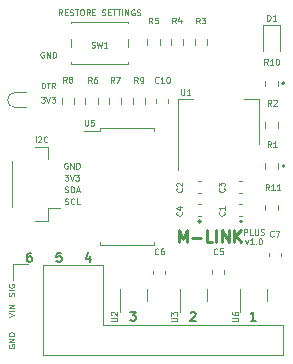
<source format=gbr>
%TF.GenerationSoftware,KiCad,Pcbnew,(6.0.8)*%
%TF.CreationDate,2022-11-21T19:10:26+00:00*%
%TF.ProjectId,m-link-plus,6d2d6c69-6e6b-42d7-906c-75732e6b6963,rev?*%
%TF.SameCoordinates,Original*%
%TF.FileFunction,Legend,Top*%
%TF.FilePolarity,Positive*%
%FSLAX46Y46*%
G04 Gerber Fmt 4.6, Leading zero omitted, Abs format (unit mm)*
G04 Created by KiCad (PCBNEW (6.0.8)) date 2022-11-21 19:10:26*
%MOMM*%
%LPD*%
G01*
G04 APERTURE LIST*
%ADD10C,0.200000*%
%ADD11C,0.125000*%
%ADD12C,0.187500*%
%ADD13C,0.250000*%
%ADD14C,0.120000*%
%ADD15C,0.100000*%
G04 APERTURE END LIST*
D10*
X99000000Y-87200000D02*
G75*
G03*
X99000000Y-87200000I-100000J0D01*
G01*
X102600000Y-82500000D02*
G75*
G03*
X102600000Y-82500000I-100000J0D01*
G01*
X95500000Y-87200000D02*
G75*
G03*
X95500000Y-87200000I-100000J0D01*
G01*
X102600000Y-75500000D02*
G75*
G03*
X102600000Y-75500000I-100000J0D01*
G01*
D11*
X83980952Y-83226190D02*
X84290476Y-83226190D01*
X84123809Y-83416666D01*
X84195238Y-83416666D01*
X84242857Y-83440476D01*
X84266666Y-83464285D01*
X84290476Y-83511904D01*
X84290476Y-83630952D01*
X84266666Y-83678571D01*
X84242857Y-83702380D01*
X84195238Y-83726190D01*
X84052380Y-83726190D01*
X84004761Y-83702380D01*
X83980952Y-83678571D01*
X84433333Y-83226190D02*
X84600000Y-83726190D01*
X84766666Y-83226190D01*
X84885714Y-83226190D02*
X85195238Y-83226190D01*
X85028571Y-83416666D01*
X85100000Y-83416666D01*
X85147619Y-83440476D01*
X85171428Y-83464285D01*
X85195238Y-83511904D01*
X85195238Y-83630952D01*
X85171428Y-83678571D01*
X85147619Y-83702380D01*
X85100000Y-83726190D01*
X84957142Y-83726190D01*
X84909523Y-83702380D01*
X84885714Y-83678571D01*
X79250000Y-97630952D02*
X79226190Y-97678571D01*
X79226190Y-97750000D01*
X79250000Y-97821428D01*
X79297619Y-97869047D01*
X79345238Y-97892857D01*
X79440476Y-97916666D01*
X79511904Y-97916666D01*
X79607142Y-97892857D01*
X79654761Y-97869047D01*
X79702380Y-97821428D01*
X79726190Y-97750000D01*
X79726190Y-97702380D01*
X79702380Y-97630952D01*
X79678571Y-97607142D01*
X79511904Y-97607142D01*
X79511904Y-97702380D01*
X79726190Y-97392857D02*
X79226190Y-97392857D01*
X79726190Y-97107142D01*
X79226190Y-97107142D01*
X79726190Y-96869047D02*
X79226190Y-96869047D01*
X79226190Y-96750000D01*
X79250000Y-96678571D01*
X79297619Y-96630952D01*
X79345238Y-96607142D01*
X79440476Y-96583333D01*
X79511904Y-96583333D01*
X79607142Y-96607142D01*
X79654761Y-96630952D01*
X79702380Y-96678571D01*
X79726190Y-96750000D01*
X79726190Y-96869047D01*
X79226190Y-95297619D02*
X79726190Y-95130952D01*
X79226190Y-94964285D01*
X79726190Y-94797619D02*
X79226190Y-94797619D01*
X79726190Y-94559523D02*
X79226190Y-94559523D01*
X79726190Y-94273809D01*
X79226190Y-94273809D01*
D12*
X81142857Y-89839285D02*
X81000000Y-89839285D01*
X80928571Y-89875000D01*
X80892857Y-89910714D01*
X80821428Y-90017857D01*
X80785714Y-90160714D01*
X80785714Y-90446428D01*
X80821428Y-90517857D01*
X80857142Y-90553571D01*
X80928571Y-90589285D01*
X81071428Y-90589285D01*
X81142857Y-90553571D01*
X81178571Y-90517857D01*
X81214285Y-90446428D01*
X81214285Y-90267857D01*
X81178571Y-90196428D01*
X81142857Y-90160714D01*
X81071428Y-90125000D01*
X80928571Y-90125000D01*
X80857142Y-90160714D01*
X80821428Y-90196428D01*
X80785714Y-90267857D01*
D11*
X82219047Y-72850000D02*
X82171428Y-72826190D01*
X82100000Y-72826190D01*
X82028571Y-72850000D01*
X81980952Y-72897619D01*
X81957142Y-72945238D01*
X81933333Y-73040476D01*
X81933333Y-73111904D01*
X81957142Y-73207142D01*
X81980952Y-73254761D01*
X82028571Y-73302380D01*
X82100000Y-73326190D01*
X82147619Y-73326190D01*
X82219047Y-73302380D01*
X82242857Y-73278571D01*
X82242857Y-73111904D01*
X82147619Y-73111904D01*
X82457142Y-73326190D02*
X82457142Y-72826190D01*
X82742857Y-73326190D01*
X82742857Y-72826190D01*
X82980952Y-73326190D02*
X82980952Y-72826190D01*
X83100000Y-72826190D01*
X83171428Y-72850000D01*
X83219047Y-72897619D01*
X83242857Y-72945238D01*
X83266666Y-73040476D01*
X83266666Y-73111904D01*
X83242857Y-73207142D01*
X83219047Y-73254761D01*
X83171428Y-73302380D01*
X83100000Y-73326190D01*
X82980952Y-73326190D01*
X81980952Y-76626190D02*
X82290476Y-76626190D01*
X82123809Y-76816666D01*
X82195238Y-76816666D01*
X82242857Y-76840476D01*
X82266666Y-76864285D01*
X82290476Y-76911904D01*
X82290476Y-77030952D01*
X82266666Y-77078571D01*
X82242857Y-77102380D01*
X82195238Y-77126190D01*
X82052380Y-77126190D01*
X82004761Y-77102380D01*
X81980952Y-77078571D01*
X82433333Y-76626190D02*
X82600000Y-77126190D01*
X82766666Y-76626190D01*
X82885714Y-76626190D02*
X83195238Y-76626190D01*
X83028571Y-76816666D01*
X83100000Y-76816666D01*
X83147619Y-76840476D01*
X83171428Y-76864285D01*
X83195238Y-76911904D01*
X83195238Y-77030952D01*
X83171428Y-77078571D01*
X83147619Y-77102380D01*
X83100000Y-77126190D01*
X82957142Y-77126190D01*
X82909523Y-77102380D01*
X82885714Y-77078571D01*
D13*
X93630952Y-88952380D02*
X93630952Y-87952380D01*
X93964285Y-88666666D01*
X94297619Y-87952380D01*
X94297619Y-88952380D01*
X94773809Y-88571428D02*
X95535714Y-88571428D01*
X96488095Y-88952380D02*
X96011904Y-88952380D01*
X96011904Y-87952380D01*
X96821428Y-88952380D02*
X96821428Y-87952380D01*
X97297619Y-88952380D02*
X97297619Y-87952380D01*
X97869047Y-88952380D01*
X97869047Y-87952380D01*
X98345238Y-88952380D02*
X98345238Y-87952380D01*
X98916666Y-88952380D02*
X98488095Y-88380952D01*
X98916666Y-87952380D02*
X98345238Y-88523809D01*
D11*
X82028571Y-75926190D02*
X82028571Y-75426190D01*
X82147619Y-75426190D01*
X82219047Y-75450000D01*
X82266666Y-75497619D01*
X82290476Y-75545238D01*
X82314285Y-75640476D01*
X82314285Y-75711904D01*
X82290476Y-75807142D01*
X82266666Y-75854761D01*
X82219047Y-75902380D01*
X82147619Y-75926190D01*
X82028571Y-75926190D01*
X82457142Y-75426190D02*
X82742857Y-75426190D01*
X82600000Y-75926190D02*
X82600000Y-75426190D01*
X83195238Y-75926190D02*
X83028571Y-75688095D01*
X82909523Y-75926190D02*
X82909523Y-75426190D01*
X83100000Y-75426190D01*
X83147619Y-75450000D01*
X83171428Y-75473809D01*
X83195238Y-75521428D01*
X83195238Y-75592857D01*
X83171428Y-75640476D01*
X83147619Y-75664285D01*
X83100000Y-75688095D01*
X82909523Y-75688095D01*
X99166666Y-88323690D02*
X99166666Y-87823690D01*
X99357142Y-87823690D01*
X99404761Y-87847500D01*
X99428571Y-87871309D01*
X99452380Y-87918928D01*
X99452380Y-87990357D01*
X99428571Y-88037976D01*
X99404761Y-88061785D01*
X99357142Y-88085595D01*
X99166666Y-88085595D01*
X99904761Y-88323690D02*
X99666666Y-88323690D01*
X99666666Y-87823690D01*
X100071428Y-87823690D02*
X100071428Y-88228452D01*
X100095238Y-88276071D01*
X100119047Y-88299880D01*
X100166666Y-88323690D01*
X100261904Y-88323690D01*
X100309523Y-88299880D01*
X100333333Y-88276071D01*
X100357142Y-88228452D01*
X100357142Y-87823690D01*
X100571428Y-88299880D02*
X100642857Y-88323690D01*
X100761904Y-88323690D01*
X100809523Y-88299880D01*
X100833333Y-88276071D01*
X100857142Y-88228452D01*
X100857142Y-88180833D01*
X100833333Y-88133214D01*
X100809523Y-88109404D01*
X100761904Y-88085595D01*
X100666666Y-88061785D01*
X100619047Y-88037976D01*
X100595238Y-88014166D01*
X100571428Y-87966547D01*
X100571428Y-87918928D01*
X100595238Y-87871309D01*
X100619047Y-87847500D01*
X100666666Y-87823690D01*
X100785714Y-87823690D01*
X100857142Y-87847500D01*
X99285714Y-88795357D02*
X99404761Y-89128690D01*
X99523809Y-88795357D01*
X99976190Y-89128690D02*
X99690476Y-89128690D01*
X99833333Y-89128690D02*
X99833333Y-88628690D01*
X99785714Y-88700119D01*
X99738095Y-88747738D01*
X99690476Y-88771547D01*
X100190476Y-89081071D02*
X100214285Y-89104880D01*
X100190476Y-89128690D01*
X100166666Y-89104880D01*
X100190476Y-89081071D01*
X100190476Y-89128690D01*
X100523809Y-88628690D02*
X100571428Y-88628690D01*
X100619047Y-88652500D01*
X100642857Y-88676309D01*
X100666666Y-88723928D01*
X100690476Y-88819166D01*
X100690476Y-88938214D01*
X100666666Y-89033452D01*
X100642857Y-89081071D01*
X100619047Y-89104880D01*
X100571428Y-89128690D01*
X100523809Y-89128690D01*
X100476190Y-89104880D01*
X100452380Y-89081071D01*
X100428571Y-89033452D01*
X100404761Y-88938214D01*
X100404761Y-88819166D01*
X100428571Y-88723928D01*
X100452380Y-88676309D01*
X100476190Y-88652500D01*
X100523809Y-88628690D01*
X84219047Y-82250000D02*
X84171428Y-82226190D01*
X84100000Y-82226190D01*
X84028571Y-82250000D01*
X83980952Y-82297619D01*
X83957142Y-82345238D01*
X83933333Y-82440476D01*
X83933333Y-82511904D01*
X83957142Y-82607142D01*
X83980952Y-82654761D01*
X84028571Y-82702380D01*
X84100000Y-82726190D01*
X84147619Y-82726190D01*
X84219047Y-82702380D01*
X84242857Y-82678571D01*
X84242857Y-82511904D01*
X84147619Y-82511904D01*
X84457142Y-82726190D02*
X84457142Y-82226190D01*
X84742857Y-82726190D01*
X84742857Y-82226190D01*
X84980952Y-82726190D02*
X84980952Y-82226190D01*
X85100000Y-82226190D01*
X85171428Y-82250000D01*
X85219047Y-82297619D01*
X85242857Y-82345238D01*
X85266666Y-82440476D01*
X85266666Y-82511904D01*
X85242857Y-82607142D01*
X85219047Y-82654761D01*
X85171428Y-82702380D01*
X85100000Y-82726190D01*
X84980952Y-82726190D01*
X84004761Y-85702380D02*
X84076190Y-85726190D01*
X84195238Y-85726190D01*
X84242857Y-85702380D01*
X84266666Y-85678571D01*
X84290476Y-85630952D01*
X84290476Y-85583333D01*
X84266666Y-85535714D01*
X84242857Y-85511904D01*
X84195238Y-85488095D01*
X84100000Y-85464285D01*
X84052380Y-85440476D01*
X84028571Y-85416666D01*
X84004761Y-85369047D01*
X84004761Y-85321428D01*
X84028571Y-85273809D01*
X84052380Y-85250000D01*
X84100000Y-85226190D01*
X84219047Y-85226190D01*
X84290476Y-85250000D01*
X84790476Y-85678571D02*
X84766666Y-85702380D01*
X84695238Y-85726190D01*
X84647619Y-85726190D01*
X84576190Y-85702380D01*
X84528571Y-85654761D01*
X84504761Y-85607142D01*
X84480952Y-85511904D01*
X84480952Y-85440476D01*
X84504761Y-85345238D01*
X84528571Y-85297619D01*
X84576190Y-85250000D01*
X84647619Y-85226190D01*
X84695238Y-85226190D01*
X84766666Y-85250000D01*
X84790476Y-85273809D01*
X85242857Y-85726190D02*
X85004761Y-85726190D01*
X85004761Y-85226190D01*
X83992857Y-84702380D02*
X84064285Y-84726190D01*
X84183333Y-84726190D01*
X84230952Y-84702380D01*
X84254761Y-84678571D01*
X84278571Y-84630952D01*
X84278571Y-84583333D01*
X84254761Y-84535714D01*
X84230952Y-84511904D01*
X84183333Y-84488095D01*
X84088095Y-84464285D01*
X84040476Y-84440476D01*
X84016666Y-84416666D01*
X83992857Y-84369047D01*
X83992857Y-84321428D01*
X84016666Y-84273809D01*
X84040476Y-84250000D01*
X84088095Y-84226190D01*
X84207142Y-84226190D01*
X84278571Y-84250000D01*
X84492857Y-84726190D02*
X84492857Y-84226190D01*
X84611904Y-84226190D01*
X84683333Y-84250000D01*
X84730952Y-84297619D01*
X84754761Y-84345238D01*
X84778571Y-84440476D01*
X84778571Y-84511904D01*
X84754761Y-84607142D01*
X84730952Y-84654761D01*
X84683333Y-84702380D01*
X84611904Y-84726190D01*
X84492857Y-84726190D01*
X84969047Y-84583333D02*
X85207142Y-84583333D01*
X84921428Y-84726190D02*
X85088095Y-84226190D01*
X85254761Y-84726190D01*
D12*
X100144285Y-95589285D02*
X99715714Y-95589285D01*
X99930000Y-95589285D02*
X99930000Y-94839285D01*
X99858571Y-94946428D01*
X99787142Y-95017857D01*
X99715714Y-95053571D01*
X94660714Y-94910714D02*
X94696428Y-94875000D01*
X94767857Y-94839285D01*
X94946428Y-94839285D01*
X95017857Y-94875000D01*
X95053571Y-94910714D01*
X95089285Y-94982142D01*
X95089285Y-95053571D01*
X95053571Y-95160714D01*
X94625000Y-95589285D01*
X95089285Y-95589285D01*
X83678571Y-89839285D02*
X83321428Y-89839285D01*
X83285714Y-90196428D01*
X83321428Y-90160714D01*
X83392857Y-90125000D01*
X83571428Y-90125000D01*
X83642857Y-90160714D01*
X83678571Y-90196428D01*
X83714285Y-90267857D01*
X83714285Y-90446428D01*
X83678571Y-90517857D01*
X83642857Y-90553571D01*
X83571428Y-90589285D01*
X83392857Y-90589285D01*
X83321428Y-90553571D01*
X83285714Y-90517857D01*
X89545000Y-94839285D02*
X90009285Y-94839285D01*
X89759285Y-95125000D01*
X89866428Y-95125000D01*
X89937857Y-95160714D01*
X89973571Y-95196428D01*
X90009285Y-95267857D01*
X90009285Y-95446428D01*
X89973571Y-95517857D01*
X89937857Y-95553571D01*
X89866428Y-95589285D01*
X89652142Y-95589285D01*
X89580714Y-95553571D01*
X89545000Y-95517857D01*
D11*
X79702380Y-93511904D02*
X79726190Y-93440476D01*
X79726190Y-93321428D01*
X79702380Y-93273809D01*
X79678571Y-93250000D01*
X79630952Y-93226190D01*
X79583333Y-93226190D01*
X79535714Y-93250000D01*
X79511904Y-93273809D01*
X79488095Y-93321428D01*
X79464285Y-93416666D01*
X79440476Y-93464285D01*
X79416666Y-93488095D01*
X79369047Y-93511904D01*
X79321428Y-93511904D01*
X79273809Y-93488095D01*
X79250000Y-93464285D01*
X79226190Y-93416666D01*
X79226190Y-93297619D01*
X79250000Y-93226190D01*
X79726190Y-93011904D02*
X79226190Y-93011904D01*
X79250000Y-92511904D02*
X79226190Y-92559523D01*
X79226190Y-92630952D01*
X79250000Y-92702380D01*
X79297619Y-92750000D01*
X79345238Y-92773809D01*
X79440476Y-92797619D01*
X79511904Y-92797619D01*
X79607142Y-92773809D01*
X79654761Y-92750000D01*
X79702380Y-92702380D01*
X79726190Y-92630952D01*
X79726190Y-92583333D01*
X79702380Y-92511904D01*
X79678571Y-92488095D01*
X79511904Y-92488095D01*
X79511904Y-92583333D01*
D12*
X86142857Y-90089285D02*
X86142857Y-90589285D01*
X85964285Y-89803571D02*
X85785714Y-90339285D01*
X86250000Y-90339285D01*
D11*
%TO.C,C10*%
X91928571Y-75403571D02*
X91904761Y-75427380D01*
X91833333Y-75451190D01*
X91785714Y-75451190D01*
X91714285Y-75427380D01*
X91666666Y-75379761D01*
X91642857Y-75332142D01*
X91619047Y-75236904D01*
X91619047Y-75165476D01*
X91642857Y-75070238D01*
X91666666Y-75022619D01*
X91714285Y-74975000D01*
X91785714Y-74951190D01*
X91833333Y-74951190D01*
X91904761Y-74975000D01*
X91928571Y-74998809D01*
X92404761Y-75451190D02*
X92119047Y-75451190D01*
X92261904Y-75451190D02*
X92261904Y-74951190D01*
X92214285Y-75022619D01*
X92166666Y-75070238D01*
X92119047Y-75094047D01*
X92714285Y-74951190D02*
X92761904Y-74951190D01*
X92809523Y-74975000D01*
X92833333Y-74998809D01*
X92857142Y-75046428D01*
X92880952Y-75141666D01*
X92880952Y-75260714D01*
X92857142Y-75355952D01*
X92833333Y-75403571D01*
X92809523Y-75427380D01*
X92761904Y-75451190D01*
X92714285Y-75451190D01*
X92666666Y-75427380D01*
X92642857Y-75403571D01*
X92619047Y-75355952D01*
X92595238Y-75260714D01*
X92595238Y-75141666D01*
X92619047Y-75046428D01*
X92642857Y-74998809D01*
X92666666Y-74975000D01*
X92714285Y-74951190D01*
%TO.C,R1*%
X101466666Y-80901190D02*
X101300000Y-80663095D01*
X101180952Y-80901190D02*
X101180952Y-80401190D01*
X101371428Y-80401190D01*
X101419047Y-80425000D01*
X101442857Y-80448809D01*
X101466666Y-80496428D01*
X101466666Y-80567857D01*
X101442857Y-80615476D01*
X101419047Y-80639285D01*
X101371428Y-80663095D01*
X101180952Y-80663095D01*
X101942857Y-80901190D02*
X101657142Y-80901190D01*
X101800000Y-80901190D02*
X101800000Y-80401190D01*
X101752380Y-80472619D01*
X101704761Y-80520238D01*
X101657142Y-80544047D01*
%TO.C,U3*%
X93001190Y-95630952D02*
X93405952Y-95630952D01*
X93453571Y-95607142D01*
X93477380Y-95583333D01*
X93501190Y-95535714D01*
X93501190Y-95440476D01*
X93477380Y-95392857D01*
X93453571Y-95369047D01*
X93405952Y-95345238D01*
X93001190Y-95345238D01*
X93001190Y-95154761D02*
X93001190Y-94845238D01*
X93191666Y-95011904D01*
X93191666Y-94940476D01*
X93215476Y-94892857D01*
X93239285Y-94869047D01*
X93286904Y-94845238D01*
X93405952Y-94845238D01*
X93453571Y-94869047D01*
X93477380Y-94892857D01*
X93501190Y-94940476D01*
X93501190Y-95083333D01*
X93477380Y-95130952D01*
X93453571Y-95154761D01*
%TO.C,U1*%
X93839047Y-75976190D02*
X93839047Y-76380952D01*
X93862857Y-76428571D01*
X93886666Y-76452380D01*
X93934285Y-76476190D01*
X94029523Y-76476190D01*
X94077142Y-76452380D01*
X94100952Y-76428571D01*
X94124761Y-76380952D01*
X94124761Y-75976190D01*
X94624761Y-76476190D02*
X94339047Y-76476190D01*
X94481904Y-76476190D02*
X94481904Y-75976190D01*
X94434285Y-76047619D01*
X94386666Y-76095238D01*
X94339047Y-76119047D01*
%TO.C,D1*%
X101130952Y-70188690D02*
X101130952Y-69688690D01*
X101250000Y-69688690D01*
X101321428Y-69712500D01*
X101369047Y-69760119D01*
X101392857Y-69807738D01*
X101416666Y-69902976D01*
X101416666Y-69974404D01*
X101392857Y-70069642D01*
X101369047Y-70117261D01*
X101321428Y-70164880D01*
X101250000Y-70188690D01*
X101130952Y-70188690D01*
X101892857Y-70188690D02*
X101607142Y-70188690D01*
X101750000Y-70188690D02*
X101750000Y-69688690D01*
X101702380Y-69760119D01*
X101654761Y-69807738D01*
X101607142Y-69831547D01*
%TO.C,SW1*%
X86258333Y-72452380D02*
X86329761Y-72476190D01*
X86448809Y-72476190D01*
X86496428Y-72452380D01*
X86520238Y-72428571D01*
X86544047Y-72380952D01*
X86544047Y-72333333D01*
X86520238Y-72285714D01*
X86496428Y-72261904D01*
X86448809Y-72238095D01*
X86353571Y-72214285D01*
X86305952Y-72190476D01*
X86282142Y-72166666D01*
X86258333Y-72119047D01*
X86258333Y-72071428D01*
X86282142Y-72023809D01*
X86305952Y-72000000D01*
X86353571Y-71976190D01*
X86472619Y-71976190D01*
X86544047Y-72000000D01*
X86710714Y-71976190D02*
X86829761Y-72476190D01*
X86925000Y-72119047D01*
X87020238Y-72476190D01*
X87139285Y-71976190D01*
X87591666Y-72476190D02*
X87305952Y-72476190D01*
X87448809Y-72476190D02*
X87448809Y-71976190D01*
X87401190Y-72047619D01*
X87353571Y-72095238D01*
X87305952Y-72119047D01*
X83782142Y-69726190D02*
X83615476Y-69488095D01*
X83496428Y-69726190D02*
X83496428Y-69226190D01*
X83686904Y-69226190D01*
X83734523Y-69250000D01*
X83758333Y-69273809D01*
X83782142Y-69321428D01*
X83782142Y-69392857D01*
X83758333Y-69440476D01*
X83734523Y-69464285D01*
X83686904Y-69488095D01*
X83496428Y-69488095D01*
X83996428Y-69464285D02*
X84163095Y-69464285D01*
X84234523Y-69726190D02*
X83996428Y-69726190D01*
X83996428Y-69226190D01*
X84234523Y-69226190D01*
X84425000Y-69702380D02*
X84496428Y-69726190D01*
X84615476Y-69726190D01*
X84663095Y-69702380D01*
X84686904Y-69678571D01*
X84710714Y-69630952D01*
X84710714Y-69583333D01*
X84686904Y-69535714D01*
X84663095Y-69511904D01*
X84615476Y-69488095D01*
X84520238Y-69464285D01*
X84472619Y-69440476D01*
X84448809Y-69416666D01*
X84425000Y-69369047D01*
X84425000Y-69321428D01*
X84448809Y-69273809D01*
X84472619Y-69250000D01*
X84520238Y-69226190D01*
X84639285Y-69226190D01*
X84710714Y-69250000D01*
X84853571Y-69226190D02*
X85139285Y-69226190D01*
X84996428Y-69726190D02*
X84996428Y-69226190D01*
X85401190Y-69226190D02*
X85496428Y-69226190D01*
X85544047Y-69250000D01*
X85591666Y-69297619D01*
X85615476Y-69392857D01*
X85615476Y-69559523D01*
X85591666Y-69654761D01*
X85544047Y-69702380D01*
X85496428Y-69726190D01*
X85401190Y-69726190D01*
X85353571Y-69702380D01*
X85305952Y-69654761D01*
X85282142Y-69559523D01*
X85282142Y-69392857D01*
X85305952Y-69297619D01*
X85353571Y-69250000D01*
X85401190Y-69226190D01*
X86115476Y-69726190D02*
X85948809Y-69488095D01*
X85829761Y-69726190D02*
X85829761Y-69226190D01*
X86020238Y-69226190D01*
X86067857Y-69250000D01*
X86091666Y-69273809D01*
X86115476Y-69321428D01*
X86115476Y-69392857D01*
X86091666Y-69440476D01*
X86067857Y-69464285D01*
X86020238Y-69488095D01*
X85829761Y-69488095D01*
X86329761Y-69464285D02*
X86496428Y-69464285D01*
X86567857Y-69726190D02*
X86329761Y-69726190D01*
X86329761Y-69226190D01*
X86567857Y-69226190D01*
X87139285Y-69702380D02*
X87210714Y-69726190D01*
X87329761Y-69726190D01*
X87377380Y-69702380D01*
X87401190Y-69678571D01*
X87425000Y-69630952D01*
X87425000Y-69583333D01*
X87401190Y-69535714D01*
X87377380Y-69511904D01*
X87329761Y-69488095D01*
X87234523Y-69464285D01*
X87186904Y-69440476D01*
X87163095Y-69416666D01*
X87139285Y-69369047D01*
X87139285Y-69321428D01*
X87163095Y-69273809D01*
X87186904Y-69250000D01*
X87234523Y-69226190D01*
X87353571Y-69226190D01*
X87425000Y-69250000D01*
X87639285Y-69464285D02*
X87805952Y-69464285D01*
X87877380Y-69726190D02*
X87639285Y-69726190D01*
X87639285Y-69226190D01*
X87877380Y-69226190D01*
X88020238Y-69226190D02*
X88305952Y-69226190D01*
X88163095Y-69726190D02*
X88163095Y-69226190D01*
X88401190Y-69226190D02*
X88686904Y-69226190D01*
X88544047Y-69726190D02*
X88544047Y-69226190D01*
X88853571Y-69726190D02*
X88853571Y-69226190D01*
X89091666Y-69726190D02*
X89091666Y-69226190D01*
X89377380Y-69726190D01*
X89377380Y-69226190D01*
X89877380Y-69250000D02*
X89829761Y-69226190D01*
X89758333Y-69226190D01*
X89686904Y-69250000D01*
X89639285Y-69297619D01*
X89615476Y-69345238D01*
X89591666Y-69440476D01*
X89591666Y-69511904D01*
X89615476Y-69607142D01*
X89639285Y-69654761D01*
X89686904Y-69702380D01*
X89758333Y-69726190D01*
X89805952Y-69726190D01*
X89877380Y-69702380D01*
X89901190Y-69678571D01*
X89901190Y-69511904D01*
X89805952Y-69511904D01*
X90091666Y-69702380D02*
X90163095Y-69726190D01*
X90282142Y-69726190D01*
X90329761Y-69702380D01*
X90353571Y-69678571D01*
X90377380Y-69630952D01*
X90377380Y-69583333D01*
X90353571Y-69535714D01*
X90329761Y-69511904D01*
X90282142Y-69488095D01*
X90186904Y-69464285D01*
X90139285Y-69440476D01*
X90115476Y-69416666D01*
X90091666Y-69369047D01*
X90091666Y-69321428D01*
X90115476Y-69273809D01*
X90139285Y-69250000D01*
X90186904Y-69226190D01*
X90305952Y-69226190D01*
X90377380Y-69250000D01*
%TO.C,R7*%
X88166666Y-75476190D02*
X88000000Y-75238095D01*
X87880952Y-75476190D02*
X87880952Y-74976190D01*
X88071428Y-74976190D01*
X88119047Y-75000000D01*
X88142857Y-75023809D01*
X88166666Y-75071428D01*
X88166666Y-75142857D01*
X88142857Y-75190476D01*
X88119047Y-75214285D01*
X88071428Y-75238095D01*
X87880952Y-75238095D01*
X88333333Y-74976190D02*
X88666666Y-74976190D01*
X88452380Y-75476190D01*
%TO.C,U6*%
X98181190Y-95630952D02*
X98585952Y-95630952D01*
X98633571Y-95607142D01*
X98657380Y-95583333D01*
X98681190Y-95535714D01*
X98681190Y-95440476D01*
X98657380Y-95392857D01*
X98633571Y-95369047D01*
X98585952Y-95345238D01*
X98181190Y-95345238D01*
X98181190Y-94892857D02*
X98181190Y-94988095D01*
X98205000Y-95035714D01*
X98228809Y-95059523D01*
X98300238Y-95107142D01*
X98395476Y-95130952D01*
X98585952Y-95130952D01*
X98633571Y-95107142D01*
X98657380Y-95083333D01*
X98681190Y-95035714D01*
X98681190Y-94940476D01*
X98657380Y-94892857D01*
X98633571Y-94869047D01*
X98585952Y-94845238D01*
X98466904Y-94845238D01*
X98419285Y-94869047D01*
X98395476Y-94892857D01*
X98371666Y-94940476D01*
X98371666Y-95035714D01*
X98395476Y-95083333D01*
X98419285Y-95107142D01*
X98466904Y-95130952D01*
%TO.C,C1*%
X97478571Y-86383333D02*
X97502380Y-86407142D01*
X97526190Y-86478571D01*
X97526190Y-86526190D01*
X97502380Y-86597619D01*
X97454761Y-86645238D01*
X97407142Y-86669047D01*
X97311904Y-86692857D01*
X97240476Y-86692857D01*
X97145238Y-86669047D01*
X97097619Y-86645238D01*
X97050000Y-86597619D01*
X97026190Y-86526190D01*
X97026190Y-86478571D01*
X97050000Y-86407142D01*
X97073809Y-86383333D01*
X97526190Y-85907142D02*
X97526190Y-86192857D01*
X97526190Y-86050000D02*
X97026190Y-86050000D01*
X97097619Y-86097619D01*
X97145238Y-86145238D01*
X97169047Y-86192857D01*
%TO.C,C3*%
X97478571Y-84383333D02*
X97502380Y-84407142D01*
X97526190Y-84478571D01*
X97526190Y-84526190D01*
X97502380Y-84597619D01*
X97454761Y-84645238D01*
X97407142Y-84669047D01*
X97311904Y-84692857D01*
X97240476Y-84692857D01*
X97145238Y-84669047D01*
X97097619Y-84645238D01*
X97050000Y-84597619D01*
X97026190Y-84526190D01*
X97026190Y-84478571D01*
X97050000Y-84407142D01*
X97073809Y-84383333D01*
X97026190Y-84216666D02*
X97026190Y-83907142D01*
X97216666Y-84073809D01*
X97216666Y-84002380D01*
X97240476Y-83954761D01*
X97264285Y-83930952D01*
X97311904Y-83907142D01*
X97430952Y-83907142D01*
X97478571Y-83930952D01*
X97502380Y-83954761D01*
X97526190Y-84002380D01*
X97526190Y-84145238D01*
X97502380Y-84192857D01*
X97478571Y-84216666D01*
%TO.C,R9*%
X90166666Y-75476190D02*
X90000000Y-75238095D01*
X89880952Y-75476190D02*
X89880952Y-74976190D01*
X90071428Y-74976190D01*
X90119047Y-75000000D01*
X90142857Y-75023809D01*
X90166666Y-75071428D01*
X90166666Y-75142857D01*
X90142857Y-75190476D01*
X90119047Y-75214285D01*
X90071428Y-75238095D01*
X89880952Y-75238095D01*
X90404761Y-75476190D02*
X90500000Y-75476190D01*
X90547619Y-75452380D01*
X90571428Y-75428571D01*
X90619047Y-75357142D01*
X90642857Y-75261904D01*
X90642857Y-75071428D01*
X90619047Y-75023809D01*
X90595238Y-75000000D01*
X90547619Y-74976190D01*
X90452380Y-74976190D01*
X90404761Y-75000000D01*
X90380952Y-75023809D01*
X90357142Y-75071428D01*
X90357142Y-75190476D01*
X90380952Y-75238095D01*
X90404761Y-75261904D01*
X90452380Y-75285714D01*
X90547619Y-75285714D01*
X90595238Y-75261904D01*
X90619047Y-75238095D01*
X90642857Y-75190476D01*
%TO.C,C7*%
X101666666Y-88428571D02*
X101642857Y-88452380D01*
X101571428Y-88476190D01*
X101523809Y-88476190D01*
X101452380Y-88452380D01*
X101404761Y-88404761D01*
X101380952Y-88357142D01*
X101357142Y-88261904D01*
X101357142Y-88190476D01*
X101380952Y-88095238D01*
X101404761Y-88047619D01*
X101452380Y-88000000D01*
X101523809Y-87976190D01*
X101571428Y-87976190D01*
X101642857Y-88000000D01*
X101666666Y-88023809D01*
X101833333Y-87976190D02*
X102166666Y-87976190D01*
X101952380Y-88476190D01*
%TO.C,U2*%
X87921190Y-95630952D02*
X88325952Y-95630952D01*
X88373571Y-95607142D01*
X88397380Y-95583333D01*
X88421190Y-95535714D01*
X88421190Y-95440476D01*
X88397380Y-95392857D01*
X88373571Y-95369047D01*
X88325952Y-95345238D01*
X87921190Y-95345238D01*
X87968809Y-95130952D02*
X87945000Y-95107142D01*
X87921190Y-95059523D01*
X87921190Y-94940476D01*
X87945000Y-94892857D01*
X87968809Y-94869047D01*
X88016428Y-94845238D01*
X88064047Y-94845238D01*
X88135476Y-94869047D01*
X88421190Y-95154761D01*
X88421190Y-94845238D01*
%TO.C,C4*%
X93878571Y-86383333D02*
X93902380Y-86407142D01*
X93926190Y-86478571D01*
X93926190Y-86526190D01*
X93902380Y-86597619D01*
X93854761Y-86645238D01*
X93807142Y-86669047D01*
X93711904Y-86692857D01*
X93640476Y-86692857D01*
X93545238Y-86669047D01*
X93497619Y-86645238D01*
X93450000Y-86597619D01*
X93426190Y-86526190D01*
X93426190Y-86478571D01*
X93450000Y-86407142D01*
X93473809Y-86383333D01*
X93592857Y-85954761D02*
X93926190Y-85954761D01*
X93402380Y-86073809D02*
X93759523Y-86192857D01*
X93759523Y-85883333D01*
%TO.C,U5*%
X85669047Y-78576190D02*
X85669047Y-78980952D01*
X85692857Y-79028571D01*
X85716666Y-79052380D01*
X85764285Y-79076190D01*
X85859523Y-79076190D01*
X85907142Y-79052380D01*
X85930952Y-79028571D01*
X85954761Y-78980952D01*
X85954761Y-78576190D01*
X86430952Y-78576190D02*
X86192857Y-78576190D01*
X86169047Y-78814285D01*
X86192857Y-78790476D01*
X86240476Y-78766666D01*
X86359523Y-78766666D01*
X86407142Y-78790476D01*
X86430952Y-78814285D01*
X86454761Y-78861904D01*
X86454761Y-78980952D01*
X86430952Y-79028571D01*
X86407142Y-79052380D01*
X86359523Y-79076190D01*
X86240476Y-79076190D01*
X86192857Y-79052380D01*
X86169047Y-79028571D01*
%TO.C,R10*%
X101178571Y-73926190D02*
X101011904Y-73688095D01*
X100892857Y-73926190D02*
X100892857Y-73426190D01*
X101083333Y-73426190D01*
X101130952Y-73450000D01*
X101154761Y-73473809D01*
X101178571Y-73521428D01*
X101178571Y-73592857D01*
X101154761Y-73640476D01*
X101130952Y-73664285D01*
X101083333Y-73688095D01*
X100892857Y-73688095D01*
X101654761Y-73926190D02*
X101369047Y-73926190D01*
X101511904Y-73926190D02*
X101511904Y-73426190D01*
X101464285Y-73497619D01*
X101416666Y-73545238D01*
X101369047Y-73569047D01*
X101964285Y-73426190D02*
X102011904Y-73426190D01*
X102059523Y-73450000D01*
X102083333Y-73473809D01*
X102107142Y-73521428D01*
X102130952Y-73616666D01*
X102130952Y-73735714D01*
X102107142Y-73830952D01*
X102083333Y-73878571D01*
X102059523Y-73902380D01*
X102011904Y-73926190D01*
X101964285Y-73926190D01*
X101916666Y-73902380D01*
X101892857Y-73878571D01*
X101869047Y-73830952D01*
X101845238Y-73735714D01*
X101845238Y-73616666D01*
X101869047Y-73521428D01*
X101892857Y-73473809D01*
X101916666Y-73450000D01*
X101964285Y-73426190D01*
%TO.C,R4*%
X93391666Y-70426190D02*
X93225000Y-70188095D01*
X93105952Y-70426190D02*
X93105952Y-69926190D01*
X93296428Y-69926190D01*
X93344047Y-69950000D01*
X93367857Y-69973809D01*
X93391666Y-70021428D01*
X93391666Y-70092857D01*
X93367857Y-70140476D01*
X93344047Y-70164285D01*
X93296428Y-70188095D01*
X93105952Y-70188095D01*
X93820238Y-70092857D02*
X93820238Y-70426190D01*
X93701190Y-69902380D02*
X93582142Y-70259523D01*
X93891666Y-70259523D01*
%TO.C,R8*%
X84166666Y-75426190D02*
X84000000Y-75188095D01*
X83880952Y-75426190D02*
X83880952Y-74926190D01*
X84071428Y-74926190D01*
X84119047Y-74950000D01*
X84142857Y-74973809D01*
X84166666Y-75021428D01*
X84166666Y-75092857D01*
X84142857Y-75140476D01*
X84119047Y-75164285D01*
X84071428Y-75188095D01*
X83880952Y-75188095D01*
X84452380Y-75140476D02*
X84404761Y-75116666D01*
X84380952Y-75092857D01*
X84357142Y-75045238D01*
X84357142Y-75021428D01*
X84380952Y-74973809D01*
X84404761Y-74950000D01*
X84452380Y-74926190D01*
X84547619Y-74926190D01*
X84595238Y-74950000D01*
X84619047Y-74973809D01*
X84642857Y-75021428D01*
X84642857Y-75045238D01*
X84619047Y-75092857D01*
X84595238Y-75116666D01*
X84547619Y-75140476D01*
X84452380Y-75140476D01*
X84404761Y-75164285D01*
X84380952Y-75188095D01*
X84357142Y-75235714D01*
X84357142Y-75330952D01*
X84380952Y-75378571D01*
X84404761Y-75402380D01*
X84452380Y-75426190D01*
X84547619Y-75426190D01*
X84595238Y-75402380D01*
X84619047Y-75378571D01*
X84642857Y-75330952D01*
X84642857Y-75235714D01*
X84619047Y-75188095D01*
X84595238Y-75164285D01*
X84547619Y-75140476D01*
%TO.C,R3*%
X95416666Y-70426190D02*
X95250000Y-70188095D01*
X95130952Y-70426190D02*
X95130952Y-69926190D01*
X95321428Y-69926190D01*
X95369047Y-69950000D01*
X95392857Y-69973809D01*
X95416666Y-70021428D01*
X95416666Y-70092857D01*
X95392857Y-70140476D01*
X95369047Y-70164285D01*
X95321428Y-70188095D01*
X95130952Y-70188095D01*
X95583333Y-69926190D02*
X95892857Y-69926190D01*
X95726190Y-70116666D01*
X95797619Y-70116666D01*
X95845238Y-70140476D01*
X95869047Y-70164285D01*
X95892857Y-70211904D01*
X95892857Y-70330952D01*
X95869047Y-70378571D01*
X95845238Y-70402380D01*
X95797619Y-70426190D01*
X95654761Y-70426190D01*
X95607142Y-70402380D01*
X95583333Y-70378571D01*
%TO.C,C5*%
X96916666Y-89928571D02*
X96892857Y-89952380D01*
X96821428Y-89976190D01*
X96773809Y-89976190D01*
X96702380Y-89952380D01*
X96654761Y-89904761D01*
X96630952Y-89857142D01*
X96607142Y-89761904D01*
X96607142Y-89690476D01*
X96630952Y-89595238D01*
X96654761Y-89547619D01*
X96702380Y-89500000D01*
X96773809Y-89476190D01*
X96821428Y-89476190D01*
X96892857Y-89500000D01*
X96916666Y-89523809D01*
X97369047Y-89476190D02*
X97130952Y-89476190D01*
X97107142Y-89714285D01*
X97130952Y-89690476D01*
X97178571Y-89666666D01*
X97297619Y-89666666D01*
X97345238Y-89690476D01*
X97369047Y-89714285D01*
X97392857Y-89761904D01*
X97392857Y-89880952D01*
X97369047Y-89928571D01*
X97345238Y-89952380D01*
X97297619Y-89976190D01*
X97178571Y-89976190D01*
X97130952Y-89952380D01*
X97107142Y-89928571D01*
%TO.C,J5*%
X81511904Y-80476190D02*
X81511904Y-79976190D01*
X81726190Y-80023809D02*
X81750000Y-80000000D01*
X81797619Y-79976190D01*
X81916666Y-79976190D01*
X81964285Y-80000000D01*
X81988095Y-80023809D01*
X82011904Y-80071428D01*
X82011904Y-80119047D01*
X81988095Y-80190476D01*
X81702380Y-80476190D01*
X82011904Y-80476190D01*
X82511904Y-80428571D02*
X82488095Y-80452380D01*
X82416666Y-80476190D01*
X82369047Y-80476190D01*
X82297619Y-80452380D01*
X82250000Y-80404761D01*
X82226190Y-80357142D01*
X82202380Y-80261904D01*
X82202380Y-80190476D01*
X82226190Y-80095238D01*
X82250000Y-80047619D01*
X82297619Y-80000000D01*
X82369047Y-79976190D01*
X82416666Y-79976190D01*
X82488095Y-80000000D01*
X82511904Y-80023809D01*
%TO.C,C2*%
X93878571Y-84383333D02*
X93902380Y-84407142D01*
X93926190Y-84478571D01*
X93926190Y-84526190D01*
X93902380Y-84597619D01*
X93854761Y-84645238D01*
X93807142Y-84669047D01*
X93711904Y-84692857D01*
X93640476Y-84692857D01*
X93545238Y-84669047D01*
X93497619Y-84645238D01*
X93450000Y-84597619D01*
X93426190Y-84526190D01*
X93426190Y-84478571D01*
X93450000Y-84407142D01*
X93473809Y-84383333D01*
X93473809Y-84192857D02*
X93450000Y-84169047D01*
X93426190Y-84121428D01*
X93426190Y-84002380D01*
X93450000Y-83954761D01*
X93473809Y-83930952D01*
X93521428Y-83907142D01*
X93569047Y-83907142D01*
X93640476Y-83930952D01*
X93926190Y-84216666D01*
X93926190Y-83907142D01*
%TO.C,C6*%
X91916666Y-89928571D02*
X91892857Y-89952380D01*
X91821428Y-89976190D01*
X91773809Y-89976190D01*
X91702380Y-89952380D01*
X91654761Y-89904761D01*
X91630952Y-89857142D01*
X91607142Y-89761904D01*
X91607142Y-89690476D01*
X91630952Y-89595238D01*
X91654761Y-89547619D01*
X91702380Y-89500000D01*
X91773809Y-89476190D01*
X91821428Y-89476190D01*
X91892857Y-89500000D01*
X91916666Y-89523809D01*
X92345238Y-89476190D02*
X92250000Y-89476190D01*
X92202380Y-89500000D01*
X92178571Y-89523809D01*
X92130952Y-89595238D01*
X92107142Y-89690476D01*
X92107142Y-89880952D01*
X92130952Y-89928571D01*
X92154761Y-89952380D01*
X92202380Y-89976190D01*
X92297619Y-89976190D01*
X92345238Y-89952380D01*
X92369047Y-89928571D01*
X92392857Y-89880952D01*
X92392857Y-89761904D01*
X92369047Y-89714285D01*
X92345238Y-89690476D01*
X92297619Y-89666666D01*
X92202380Y-89666666D01*
X92154761Y-89690476D01*
X92130952Y-89714285D01*
X92107142Y-89761904D01*
%TO.C,R11*%
X101278571Y-84526190D02*
X101111904Y-84288095D01*
X100992857Y-84526190D02*
X100992857Y-84026190D01*
X101183333Y-84026190D01*
X101230952Y-84050000D01*
X101254761Y-84073809D01*
X101278571Y-84121428D01*
X101278571Y-84192857D01*
X101254761Y-84240476D01*
X101230952Y-84264285D01*
X101183333Y-84288095D01*
X100992857Y-84288095D01*
X101754761Y-84526190D02*
X101469047Y-84526190D01*
X101611904Y-84526190D02*
X101611904Y-84026190D01*
X101564285Y-84097619D01*
X101516666Y-84145238D01*
X101469047Y-84169047D01*
X102230952Y-84526190D02*
X101945238Y-84526190D01*
X102088095Y-84526190D02*
X102088095Y-84026190D01*
X102040476Y-84097619D01*
X101992857Y-84145238D01*
X101945238Y-84169047D01*
%TO.C,R2*%
X101466666Y-77401190D02*
X101300000Y-77163095D01*
X101180952Y-77401190D02*
X101180952Y-76901190D01*
X101371428Y-76901190D01*
X101419047Y-76925000D01*
X101442857Y-76948809D01*
X101466666Y-76996428D01*
X101466666Y-77067857D01*
X101442857Y-77115476D01*
X101419047Y-77139285D01*
X101371428Y-77163095D01*
X101180952Y-77163095D01*
X101657142Y-76948809D02*
X101680952Y-76925000D01*
X101728571Y-76901190D01*
X101847619Y-76901190D01*
X101895238Y-76925000D01*
X101919047Y-76948809D01*
X101942857Y-76996428D01*
X101942857Y-77044047D01*
X101919047Y-77115476D01*
X101633333Y-77401190D01*
X101942857Y-77401190D01*
%TO.C,R6*%
X86266666Y-75476190D02*
X86100000Y-75238095D01*
X85980952Y-75476190D02*
X85980952Y-74976190D01*
X86171428Y-74976190D01*
X86219047Y-75000000D01*
X86242857Y-75023809D01*
X86266666Y-75071428D01*
X86266666Y-75142857D01*
X86242857Y-75190476D01*
X86219047Y-75214285D01*
X86171428Y-75238095D01*
X85980952Y-75238095D01*
X86695238Y-74976190D02*
X86600000Y-74976190D01*
X86552380Y-75000000D01*
X86528571Y-75023809D01*
X86480952Y-75095238D01*
X86457142Y-75190476D01*
X86457142Y-75380952D01*
X86480952Y-75428571D01*
X86504761Y-75452380D01*
X86552380Y-75476190D01*
X86647619Y-75476190D01*
X86695238Y-75452380D01*
X86719047Y-75428571D01*
X86742857Y-75380952D01*
X86742857Y-75261904D01*
X86719047Y-75214285D01*
X86695238Y-75190476D01*
X86647619Y-75166666D01*
X86552380Y-75166666D01*
X86504761Y-75190476D01*
X86480952Y-75214285D01*
X86457142Y-75261904D01*
%TO.C,R5*%
X91416666Y-70426190D02*
X91250000Y-70188095D01*
X91130952Y-70426190D02*
X91130952Y-69926190D01*
X91321428Y-69926190D01*
X91369047Y-69950000D01*
X91392857Y-69973809D01*
X91416666Y-70021428D01*
X91416666Y-70092857D01*
X91392857Y-70140476D01*
X91369047Y-70164285D01*
X91321428Y-70188095D01*
X91130952Y-70188095D01*
X91869047Y-69926190D02*
X91630952Y-69926190D01*
X91607142Y-70164285D01*
X91630952Y-70140476D01*
X91678571Y-70116666D01*
X91797619Y-70116666D01*
X91845238Y-70140476D01*
X91869047Y-70164285D01*
X91892857Y-70211904D01*
X91892857Y-70330952D01*
X91869047Y-70378571D01*
X91845238Y-70402380D01*
X91797619Y-70426190D01*
X91678571Y-70426190D01*
X91630952Y-70402380D01*
X91607142Y-70378571D01*
D14*
%TO.C,C10*%
X91740000Y-77140580D02*
X91740000Y-76859420D01*
X92760000Y-77140580D02*
X92760000Y-76859420D01*
%TO.C,R1*%
X102022500Y-82737258D02*
X102022500Y-82262742D01*
X100977500Y-82737258D02*
X100977500Y-82262742D01*
%TO.C,U3*%
X95995000Y-92884000D02*
X95995000Y-93884000D01*
X93755000Y-94884000D02*
X93755000Y-92884000D01*
%TO.C,U1*%
X93590000Y-82850000D02*
X93590000Y-76840000D01*
X100410000Y-76840000D02*
X99150000Y-76840000D01*
X100410000Y-80600000D02*
X100410000Y-76840000D01*
X93590000Y-76840000D02*
X94850000Y-76840000D01*
%TO.C,D1*%
X102235000Y-72800000D02*
X102235000Y-70515000D01*
X102235000Y-70515000D02*
X100765000Y-70515000D01*
X100765000Y-70515000D02*
X100765000Y-72800000D01*
%TO.C,SW1*%
X84475000Y-71725000D02*
X84475000Y-72425000D01*
X84475000Y-70325000D02*
X84475000Y-70425000D01*
X84475000Y-73825000D02*
X89375000Y-73825000D01*
X89375000Y-73825000D02*
X89375000Y-73725000D01*
X89375000Y-70325000D02*
X89375000Y-70425000D01*
X89375000Y-71725000D02*
X89375000Y-72425000D01*
X89375000Y-70325000D02*
X84475000Y-70325000D01*
X84475000Y-73725000D02*
X84475000Y-73825000D01*
%TO.C,R7*%
X88772500Y-77237258D02*
X88772500Y-76762742D01*
X87727500Y-77237258D02*
X87727500Y-76762742D01*
%TO.C,U6*%
X98835000Y-94884000D02*
X98835000Y-92884000D01*
X101075000Y-92884000D02*
X101075000Y-93884000D01*
%TO.C,C1*%
X98734420Y-85740000D02*
X99015580Y-85740000D01*
X98734420Y-86760000D02*
X99015580Y-86760000D01*
%TO.C,C3*%
X98734420Y-84760000D02*
X99015580Y-84760000D01*
X98734420Y-83740000D02*
X99015580Y-83740000D01*
%TO.C,R9*%
X90772500Y-77237258D02*
X90772500Y-76762742D01*
X89727500Y-77237258D02*
X89727500Y-76762742D01*
%TO.C,C7*%
X101240000Y-89834420D02*
X101240000Y-90115580D01*
X102260000Y-89834420D02*
X102260000Y-90115580D01*
%TO.C,U2*%
X88675000Y-94884000D02*
X88675000Y-92884000D01*
X90915000Y-92884000D02*
X90915000Y-93884000D01*
%TO.C,J3*%
X102495000Y-98464000D02*
X102495000Y-95924000D01*
X79575000Y-90784000D02*
X79575000Y-92114000D01*
X82175000Y-98464000D02*
X82175000Y-90844000D01*
X80905000Y-90784000D02*
X79575000Y-90784000D01*
X102495000Y-95924000D02*
X87255000Y-95924000D01*
X102495000Y-98464000D02*
X82175000Y-98464000D01*
X89795000Y-95924000D02*
X89795000Y-95924000D01*
X82175000Y-90844000D02*
X87255000Y-90844000D01*
X87255000Y-95924000D02*
X87255000Y-90844000D01*
%TO.C,C4*%
X95515580Y-86760000D02*
X95234420Y-86760000D01*
X95515580Y-85740000D02*
X95234420Y-85740000D01*
%TO.C,U5*%
X89250000Y-89210000D02*
X86940000Y-89210000D01*
X86940000Y-79290000D02*
X86940000Y-79565000D01*
X89250000Y-79290000D02*
X91560000Y-79290000D01*
X86940000Y-79565000D02*
X85650000Y-79565000D01*
X89250000Y-89210000D02*
X91560000Y-89210000D01*
X91560000Y-89210000D02*
X91560000Y-88935000D01*
X89250000Y-79290000D02*
X86940000Y-79290000D01*
X91560000Y-79290000D02*
X91560000Y-79565000D01*
X86940000Y-89210000D02*
X86940000Y-88935000D01*
%TO.C,R10*%
X100977500Y-75737258D02*
X100977500Y-75262742D01*
X102022500Y-75737258D02*
X102022500Y-75262742D01*
%TO.C,R4*%
X92977500Y-71762742D02*
X92977500Y-72237258D01*
X94022500Y-71762742D02*
X94022500Y-72237258D01*
%TO.C,R8*%
X83727500Y-76762742D02*
X83727500Y-77237258D01*
X84772500Y-76762742D02*
X84772500Y-77237258D01*
%TO.C,R3*%
X96022500Y-71762742D02*
X96022500Y-72237258D01*
X94977500Y-71762742D02*
X94977500Y-72237258D01*
%TO.C,C5*%
X97510000Y-91334420D02*
X97510000Y-91615580D01*
X96490000Y-91334420D02*
X96490000Y-91615580D01*
%TO.C,J5*%
X82610000Y-87110000D02*
X82610000Y-86060000D01*
X81460000Y-87110000D02*
X82610000Y-87110000D01*
X82610000Y-80890000D02*
X82610000Y-81940000D01*
X79490000Y-85940000D02*
X79490000Y-82060000D01*
X81460000Y-80890000D02*
X82610000Y-80890000D01*
X82610000Y-86060000D02*
X83600000Y-86060000D01*
%TO.C,C2*%
X95515580Y-84760000D02*
X95234420Y-84760000D01*
X95515580Y-83740000D02*
X95234420Y-83740000D01*
%TO.C,C6*%
X92510000Y-91359420D02*
X92510000Y-91640580D01*
X91490000Y-91359420D02*
X91490000Y-91640580D01*
%TO.C,R11*%
X102022500Y-86237258D02*
X102022500Y-85762742D01*
X100977500Y-86237258D02*
X100977500Y-85762742D01*
%TO.C,R2*%
X102022500Y-79237258D02*
X102022500Y-78762742D01*
X100977500Y-79237258D02*
X100977500Y-78762742D01*
%TO.C,R6*%
X85727500Y-77212258D02*
X85727500Y-76737742D01*
X86772500Y-77212258D02*
X86772500Y-76737742D01*
%TO.C,R5*%
X92022500Y-71762742D02*
X92022500Y-72237258D01*
X90977500Y-71762742D02*
X90977500Y-72237258D01*
D15*
%TO.C,J4*%
X79781000Y-77540000D02*
X80670000Y-77540000D01*
X79781000Y-76270000D02*
X80670000Y-76270000D01*
X79781000Y-76270000D02*
G75*
G03*
X79781000Y-77540000I0J-635000D01*
G01*
%TD*%
M02*

</source>
